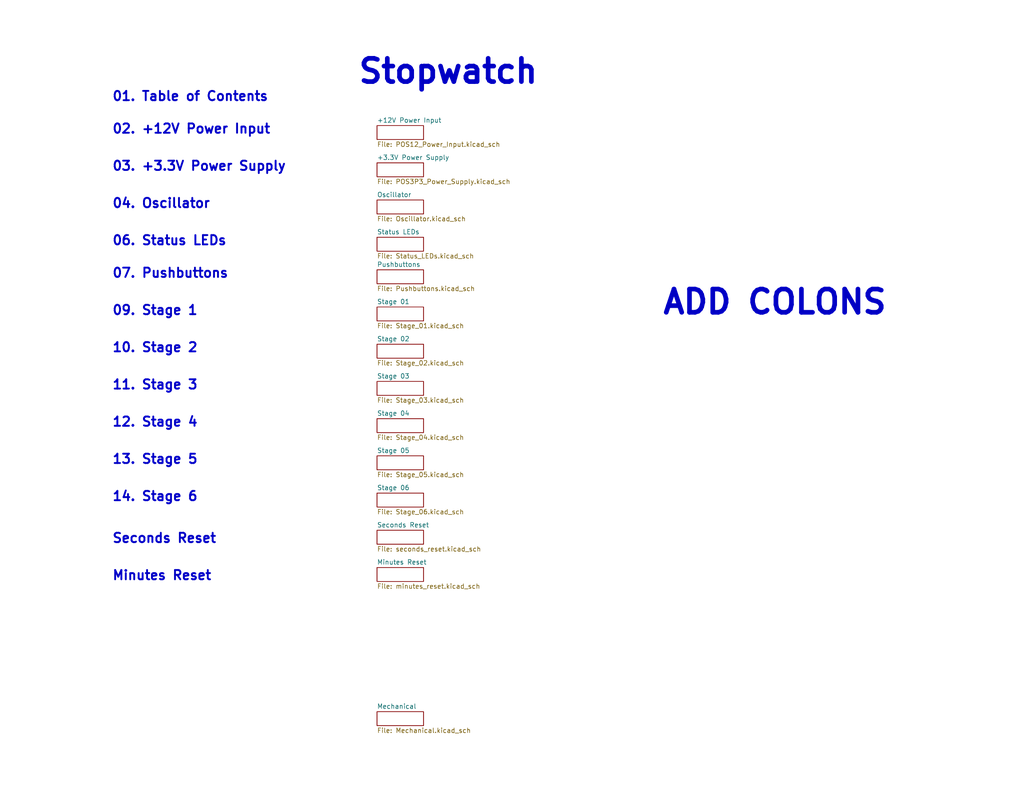
<source format=kicad_sch>
(kicad_sch (version 20230121) (generator eeschema)
  (paper "A")
  (title_block (title "Stopwatch") (date "2024-01-02") (rev "A") (company "Drew Maatman"))
  (lib_symbols)
  (text "14. Stage 6" (at 30.48 137.16 0) (effects (font (size 2.54 2.54) (thickness 0.508) bold) (justify left bottom)))
  (text "11. Stage 3" (at 30.48 106.68 0) (effects (font (size 2.54 2.54) (thickness 0.508) bold) (justify left bottom)))
  (text "06. Status LEDs" (at 30.48 67.31 0) (effects (font (size 2.54 2.54) (thickness 0.508) bold) (justify left bottom)))
  (text "12. Stage 4" (at 30.48 116.84 0) (effects (font (size 2.54 2.54) (thickness 0.508) bold) (justify left bottom)))
  (text "Stopwatch" (at 97.282 23.368 0) (effects (font (size 6.35 6.35) (thickness 1.27) bold) (justify left bottom)))
  (text "03. +3.3V Power Supply" (at 30.48 46.99 0) (effects (font (size 2.54 2.54) (thickness 0.508) bold) (justify left bottom)))
  (text "01. Table of Contents" (at 30.48 27.94 0) (effects (font (size 2.54 2.54) (thickness 0.508) bold) (justify left bottom)))
  (text "Minutes Reset" (at 30.48 158.75 0) (effects (font (size 2.54 2.54) (thickness 0.508) bold) (justify left bottom)))
  (text "ADD COLONS" (at 180.34 86.36 0) (effects (font (size 6.35 6.35) (thickness 1.27) bold) (justify left bottom)))
  (text "10. Stage 2" (at 30.48 96.52 0) (effects (font (size 2.54 2.54) (thickness 0.508) bold) (justify left bottom)))
  (text "07. Pushbuttons" (at 30.48 76.2 0) (effects (font (size 2.54 2.54) (thickness 0.508) bold) (justify left bottom)))
  (text "02. +12V Power Input" (at 30.48 36.83 0) (effects (font (size 2.54 2.54) (thickness 0.508) bold) (justify left bottom)))
  (text "09. Stage 1" (at 30.48 86.36 0) (effects (font (size 2.54 2.54) (thickness 0.508) bold) (justify left bottom)))
  (text "13. Stage 5" (at 30.48 127 0) (effects (font (size 2.54 2.54) (thickness 0.508) bold) (justify left bottom)))
  (text "Seconds Reset" (at 30.48 148.59 0) (effects (font (size 2.54 2.54) (thickness 0.508) bold) (justify left bottom)))
  (text "04. Oscillator" (at 30.48 57.15 0) (effects (font (size 2.54 2.54) (thickness 0.508) bold) (justify left bottom)))
  (sheet (at 102.87 83.82) (size 12.7 3.81)
    (property "Sheetname" "Stage 01" (at 102.87 83.1084 0) (effects (justify left bottom)))
    (property "Sheetfile" "Stage_01.kicad_sch" (at 102.87 88.2146 0) (effects (justify left top)))
  )
  (sheet (at 102.87 93.98) (size 12.7 3.81)
    (property "Sheetname" "Stage 02" (at 102.87 93.2684 0) (effects (justify left bottom)))
    (property "Sheetfile" "Stage_02.kicad_sch" (at 102.87 98.3746 0) (effects (justify left top)))
  )
  (sheet (at 102.87 104.14) (size 12.7 3.81)
    (property "Sheetname" "Stage 03" (at 102.87 103.4284 0) (effects (justify left bottom)))
    (property "Sheetfile" "Stage_03.kicad_sch" (at 102.87 108.5346 0) (effects (justify left top)))
  )
  (sheet (at 102.87 114.3) (size 12.7 3.81)
    (property "Sheetname" "Stage 04" (at 102.87 113.5884 0) (effects (justify left bottom)))
    (property "Sheetfile" "Stage_04.kicad_sch" (at 102.87 118.6946 0) (effects (justify left top)))
  )
  (sheet (at 102.87 124.46) (size 12.7 3.81)
    (property "Sheetname" "Stage 05" (at 102.87 123.7484 0) (effects (justify left bottom)))
    (property "Sheetfile" "Stage_05.kicad_sch" (at 102.87 128.8546 0) (effects (justify left top)))
  )
  (sheet (at 102.87 134.62) (size 12.7 3.81)
    (property "Sheetname" "Stage 06" (at 102.87 133.9084 0) (effects (justify left bottom)))
    (property "Sheetfile" "Stage_06.kicad_sch" (at 102.87 139.0146 0) (effects (justify left top)))
  )
  (sheet (at 102.87 64.77) (size 12.7 3.81)
    (property "Sheetname" "Status LEDs" (at 102.87 64.0584 0) (effects (justify left bottom)))
    (property "Sheetfile" "Status_LEDs.kicad_sch" (at 102.87 69.1646 0) (effects (justify left top)))
  )
  (sheet (at 102.87 73.66) (size 12.7 3.81)
    (property "Sheetname" "Pushbuttons" (at 102.87 72.9484 0) (effects (justify left bottom)))
    (property "Sheetfile" "Pushbuttons.kicad_sch" (at 102.87 78.0546 0) (effects (justify left top)))
  )
  (sheet (at 102.87 44.45) (size 12.7 3.81)
    (property "Sheetname" "+3.3V Power Supply" (at 102.87 43.7384 0) (effects (justify left bottom)))
    (property "Sheetfile" "POS3P3_Power_Supply.kicad_sch" (at 102.87 48.8446 0) (effects (justify left top)))
  )
  (sheet (at 102.87 34.29) (size 12.7 3.81)
    (property "Sheetname" "+12V Power Input" (at 102.87 33.5784 0) (effects (justify left bottom)))
    (property "Sheetfile" "POS12_Power_Input.kicad_sch" (at 102.87 38.6846 0) (effects (justify left top)))
  )
  (sheet (at 102.87 194.31) (size 12.7 3.81)
    (property "Sheetname" "Mechanical" (at 102.87 193.5984 0) (effects (justify left bottom)))
    (property "Sheetfile" "Mechanical.kicad_sch" (at 102.87 198.7046 0) (effects (justify left top)))
  )
  (sheet (at 102.87 54.61) (size 12.7 3.81)
    (property "Sheetname" "Oscillator" (at 102.87 53.8984 0) (effects (justify left bottom)))
    (property "Sheetfile" "Oscillator.kicad_sch" (at 102.87 59.0046 0) (effects (justify left top)))
  )
  (sheet (at 102.87 154.94) (size 12.7 3.81) (stroke (width 0.1524))
    (property "Sheetname" "Minutes Reset" (at 102.87 154.2284 0) (effects (justify left bottom)))
    (property "Sheetfile" "minutes_reset.kicad_sch" (at 102.87 159.3346 0) (effects (justify left top)))
  )
  (sheet (at 102.87 144.78) (size 12.7 3.81) (stroke (width 0.1524))
    (property "Sheetname" "Seconds Reset" (at 102.87 144.0684 0) (effects (justify left bottom)))
    (property "Sheetfile" "seconds_reset.kicad_sch" (at 102.87 149.1746 0) (effects (justify left top)))
  )
)
</source>
